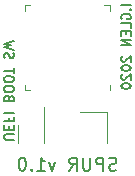
<source format=gbr>
%TF.GenerationSoftware,KiCad,Pcbnew,5.1.8*%
%TF.CreationDate,2020-12-04T00:19:28-05:00*%
%TF.ProjectId,spur,73707572-2e6b-4696-9361-645f70636258,v1.0*%
%TF.SameCoordinates,Original*%
%TF.FileFunction,Legend,Bot*%
%TF.FilePolarity,Positive*%
%FSLAX46Y46*%
G04 Gerber Fmt 4.6, Leading zero omitted, Abs format (unit mm)*
G04 Created by KiCad (PCBNEW 5.1.8) date 2020-12-04 00:19:28*
%MOMM*%
%LPD*%
G01*
G04 APERTURE LIST*
%ADD10C,0.150000*%
%ADD11C,0.200000*%
%ADD12C,0.120000*%
G04 APERTURE END LIST*
D10*
X135438095Y-87614285D02*
X134790476Y-87614285D01*
X134714285Y-87576190D01*
X134676190Y-87538095D01*
X134638095Y-87461904D01*
X134638095Y-87309523D01*
X134676190Y-87233333D01*
X134714285Y-87195238D01*
X134790476Y-87157142D01*
X135438095Y-87157142D01*
X135057142Y-86776190D02*
X135057142Y-86509523D01*
X134638095Y-86395238D02*
X134638095Y-86776190D01*
X135438095Y-86776190D01*
X135438095Y-86395238D01*
X135057142Y-85785714D02*
X135057142Y-86052380D01*
X134638095Y-86052380D02*
X135438095Y-86052380D01*
X135438095Y-85671428D01*
X134638095Y-85366666D02*
X135438095Y-85366666D01*
X135057142Y-84109523D02*
X135019047Y-83995238D01*
X134980952Y-83957142D01*
X134904761Y-83919047D01*
X134790476Y-83919047D01*
X134714285Y-83957142D01*
X134676190Y-83995238D01*
X134638095Y-84071428D01*
X134638095Y-84376190D01*
X135438095Y-84376190D01*
X135438095Y-84109523D01*
X135400000Y-84033333D01*
X135361904Y-83995238D01*
X135285714Y-83957142D01*
X135209523Y-83957142D01*
X135133333Y-83995238D01*
X135095238Y-84033333D01*
X135057142Y-84109523D01*
X135057142Y-84376190D01*
X135438095Y-83423809D02*
X135438095Y-83271428D01*
X135400000Y-83195238D01*
X135323809Y-83119047D01*
X135171428Y-83080952D01*
X134904761Y-83080952D01*
X134752380Y-83119047D01*
X134676190Y-83195238D01*
X134638095Y-83271428D01*
X134638095Y-83423809D01*
X134676190Y-83500000D01*
X134752380Y-83576190D01*
X134904761Y-83614285D01*
X135171428Y-83614285D01*
X135323809Y-83576190D01*
X135400000Y-83500000D01*
X135438095Y-83423809D01*
X135438095Y-82585714D02*
X135438095Y-82433333D01*
X135400000Y-82357142D01*
X135323809Y-82280952D01*
X135171428Y-82242857D01*
X134904761Y-82242857D01*
X134752380Y-82280952D01*
X134676190Y-82357142D01*
X134638095Y-82433333D01*
X134638095Y-82585714D01*
X134676190Y-82661904D01*
X134752380Y-82738095D01*
X134904761Y-82776190D01*
X135171428Y-82776190D01*
X135323809Y-82738095D01*
X135400000Y-82661904D01*
X135438095Y-82585714D01*
X135438095Y-82014285D02*
X135438095Y-81557142D01*
X134638095Y-81785714D02*
X135438095Y-81785714D01*
X134676190Y-80719047D02*
X134638095Y-80604761D01*
X134638095Y-80414285D01*
X134676190Y-80338095D01*
X134714285Y-80300000D01*
X134790476Y-80261904D01*
X134866666Y-80261904D01*
X134942857Y-80300000D01*
X134980952Y-80338095D01*
X135019047Y-80414285D01*
X135057142Y-80566666D01*
X135095238Y-80642857D01*
X135133333Y-80680952D01*
X135209523Y-80719047D01*
X135285714Y-80719047D01*
X135361904Y-80680952D01*
X135400000Y-80642857D01*
X135438095Y-80566666D01*
X135438095Y-80376190D01*
X135400000Y-80261904D01*
X135438095Y-79995238D02*
X134638095Y-79804761D01*
X135209523Y-79652380D01*
X134638095Y-79500000D01*
X135438095Y-79309523D01*
X145361904Y-76226190D02*
X144561904Y-76226190D01*
X145285714Y-76607142D02*
X145323809Y-76645238D01*
X145361904Y-76607142D01*
X145323809Y-76569047D01*
X145285714Y-76607142D01*
X145361904Y-76607142D01*
X144600000Y-77407142D02*
X144561904Y-77330952D01*
X144561904Y-77216666D01*
X144600000Y-77102380D01*
X144676190Y-77026190D01*
X144752380Y-76988095D01*
X144904761Y-76950000D01*
X145019047Y-76950000D01*
X145171428Y-76988095D01*
X145247619Y-77026190D01*
X145323809Y-77102380D01*
X145361904Y-77216666D01*
X145361904Y-77292857D01*
X145323809Y-77407142D01*
X145285714Y-77445238D01*
X145019047Y-77445238D01*
X145019047Y-77292857D01*
X145361904Y-78169047D02*
X145361904Y-77788095D01*
X144561904Y-77788095D01*
X144942857Y-78435714D02*
X144942857Y-78702380D01*
X145361904Y-78816666D02*
X145361904Y-78435714D01*
X144561904Y-78435714D01*
X144561904Y-78816666D01*
X145361904Y-79159523D02*
X144561904Y-79159523D01*
X145361904Y-79616666D01*
X144561904Y-79616666D01*
X144638095Y-80569047D02*
X144600000Y-80607142D01*
X144561904Y-80683333D01*
X144561904Y-80873809D01*
X144600000Y-80950000D01*
X144638095Y-80988095D01*
X144714285Y-81026190D01*
X144790476Y-81026190D01*
X144904761Y-80988095D01*
X145361904Y-80530952D01*
X145361904Y-81026190D01*
X144561904Y-81521428D02*
X144561904Y-81597619D01*
X144600000Y-81673809D01*
X144638095Y-81711904D01*
X144714285Y-81750000D01*
X144866666Y-81788095D01*
X145057142Y-81788095D01*
X145209523Y-81750000D01*
X145285714Y-81711904D01*
X145323809Y-81673809D01*
X145361904Y-81597619D01*
X145361904Y-81521428D01*
X145323809Y-81445238D01*
X145285714Y-81407142D01*
X145209523Y-81369047D01*
X145057142Y-81330952D01*
X144866666Y-81330952D01*
X144714285Y-81369047D01*
X144638095Y-81407142D01*
X144600000Y-81445238D01*
X144561904Y-81521428D01*
X144638095Y-82092857D02*
X144600000Y-82130952D01*
X144561904Y-82207142D01*
X144561904Y-82397619D01*
X144600000Y-82473809D01*
X144638095Y-82511904D01*
X144714285Y-82550000D01*
X144790476Y-82550000D01*
X144904761Y-82511904D01*
X145361904Y-82054761D01*
X145361904Y-82550000D01*
X144561904Y-83045238D02*
X144561904Y-83121428D01*
X144600000Y-83197619D01*
X144638095Y-83235714D01*
X144714285Y-83273809D01*
X144866666Y-83311904D01*
X145057142Y-83311904D01*
X145209523Y-83273809D01*
X145285714Y-83235714D01*
X145323809Y-83197619D01*
X145361904Y-83121428D01*
X145361904Y-83045238D01*
X145323809Y-82969047D01*
X145285714Y-82930952D01*
X145209523Y-82892857D01*
X145057142Y-82854761D01*
X144866666Y-82854761D01*
X144714285Y-82892857D01*
X144638095Y-82930952D01*
X144600000Y-82969047D01*
X144561904Y-83045238D01*
D11*
X144138095Y-90195238D02*
X143980952Y-90247619D01*
X143719047Y-90247619D01*
X143614285Y-90195238D01*
X143561904Y-90142857D01*
X143509523Y-90038095D01*
X143509523Y-89933333D01*
X143561904Y-89828571D01*
X143614285Y-89776190D01*
X143719047Y-89723809D01*
X143928571Y-89671428D01*
X144033333Y-89619047D01*
X144085714Y-89566666D01*
X144138095Y-89461904D01*
X144138095Y-89357142D01*
X144085714Y-89252380D01*
X144033333Y-89200000D01*
X143928571Y-89147619D01*
X143666666Y-89147619D01*
X143509523Y-89200000D01*
X143038095Y-90247619D02*
X143038095Y-89147619D01*
X142619047Y-89147619D01*
X142514285Y-89200000D01*
X142461904Y-89252380D01*
X142409523Y-89357142D01*
X142409523Y-89514285D01*
X142461904Y-89619047D01*
X142514285Y-89671428D01*
X142619047Y-89723809D01*
X143038095Y-89723809D01*
X141938095Y-89147619D02*
X141938095Y-90038095D01*
X141885714Y-90142857D01*
X141833333Y-90195238D01*
X141728571Y-90247619D01*
X141519047Y-90247619D01*
X141414285Y-90195238D01*
X141361904Y-90142857D01*
X141309523Y-90038095D01*
X141309523Y-89147619D01*
X140157142Y-90247619D02*
X140523809Y-89723809D01*
X140785714Y-90247619D02*
X140785714Y-89147619D01*
X140366666Y-89147619D01*
X140261904Y-89200000D01*
X140209523Y-89252380D01*
X140157142Y-89357142D01*
X140157142Y-89514285D01*
X140209523Y-89619047D01*
X140261904Y-89671428D01*
X140366666Y-89723809D01*
X140785714Y-89723809D01*
X138952380Y-89514285D02*
X138690476Y-90247619D01*
X138428571Y-89514285D01*
X137433333Y-90247619D02*
X138061904Y-90247619D01*
X137747619Y-90247619D02*
X137747619Y-89147619D01*
X137852380Y-89304761D01*
X137957142Y-89409523D01*
X138061904Y-89461904D01*
X136961904Y-90142857D02*
X136909523Y-90195238D01*
X136961904Y-90247619D01*
X137014285Y-90195238D01*
X136961904Y-90142857D01*
X136961904Y-90247619D01*
X136228571Y-89147619D02*
X136123809Y-89147619D01*
X136019047Y-89200000D01*
X135966666Y-89252380D01*
X135914285Y-89357142D01*
X135861904Y-89566666D01*
X135861904Y-89828571D01*
X135914285Y-90038095D01*
X135966666Y-90142857D01*
X136019047Y-90195238D01*
X136123809Y-90247619D01*
X136228571Y-90247619D01*
X136333333Y-90195238D01*
X136385714Y-90142857D01*
X136438095Y-90038095D01*
X136490476Y-89828571D01*
X136490476Y-89566666D01*
X136438095Y-89357142D01*
X136385714Y-89252380D01*
X136333333Y-89200000D01*
X136228571Y-89147619D01*
D12*
%TO.C,U2*%
X138010000Y-84900000D02*
X138010000Y-87900000D01*
X135790000Y-86400000D02*
X135790000Y-87900000D01*
%TO.C,U3*%
X143610000Y-82985000D02*
X143610000Y-83460000D01*
X136390000Y-76240000D02*
X136865000Y-76240000D01*
X136390000Y-76715000D02*
X136390000Y-76240000D01*
X136390000Y-83460000D02*
X136865000Y-83460000D01*
X136390000Y-82985000D02*
X136390000Y-83460000D01*
X143610000Y-76240000D02*
X143135000Y-76240000D01*
X143610000Y-76715000D02*
X143610000Y-76240000D01*
%TO.C,Y1*%
X143350000Y-85250000D02*
X143350000Y-87950000D01*
X141050000Y-85250000D02*
X143350000Y-85250000D01*
%TD*%
M02*

</source>
